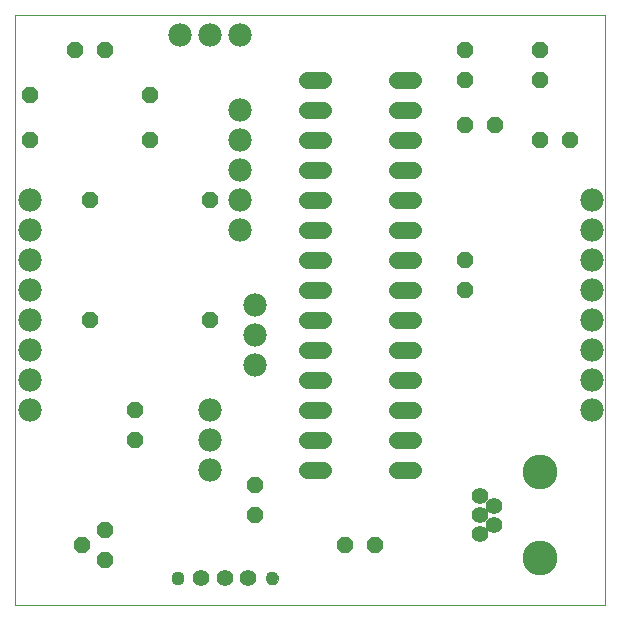
<source format=gts>
G75*
%MOIN*%
%OFA0B0*%
%FSLAX25Y25*%
%IPPOS*%
%LPD*%
%AMOC8*
5,1,8,0,0,1.08239X$1,22.5*
%
%ADD10C,0.00000*%
%ADD11C,0.07800*%
%ADD12OC8,0.05600*%
%ADD13C,0.05600*%
%ADD14C,0.05550*%
%ADD15C,0.04337*%
%ADD16C,0.11620*%
D10*
X0001800Y0001800D02*
X0001800Y0198650D01*
X0198650Y0198650D01*
X0198650Y0001800D01*
X0001800Y0001800D01*
X0054083Y0010737D02*
X0054085Y0010825D01*
X0054091Y0010913D01*
X0054101Y0011001D01*
X0054115Y0011089D01*
X0054132Y0011175D01*
X0054154Y0011261D01*
X0054179Y0011345D01*
X0054209Y0011429D01*
X0054241Y0011511D01*
X0054278Y0011591D01*
X0054318Y0011670D01*
X0054362Y0011747D01*
X0054409Y0011822D01*
X0054459Y0011894D01*
X0054513Y0011965D01*
X0054569Y0012032D01*
X0054629Y0012098D01*
X0054691Y0012160D01*
X0054757Y0012220D01*
X0054824Y0012276D01*
X0054895Y0012330D01*
X0054967Y0012380D01*
X0055042Y0012427D01*
X0055119Y0012471D01*
X0055198Y0012511D01*
X0055278Y0012548D01*
X0055360Y0012580D01*
X0055444Y0012610D01*
X0055528Y0012635D01*
X0055614Y0012657D01*
X0055700Y0012674D01*
X0055788Y0012688D01*
X0055876Y0012698D01*
X0055964Y0012704D01*
X0056052Y0012706D01*
X0056140Y0012704D01*
X0056228Y0012698D01*
X0056316Y0012688D01*
X0056404Y0012674D01*
X0056490Y0012657D01*
X0056576Y0012635D01*
X0056660Y0012610D01*
X0056744Y0012580D01*
X0056826Y0012548D01*
X0056906Y0012511D01*
X0056985Y0012471D01*
X0057062Y0012427D01*
X0057137Y0012380D01*
X0057209Y0012330D01*
X0057280Y0012276D01*
X0057347Y0012220D01*
X0057413Y0012160D01*
X0057475Y0012098D01*
X0057535Y0012032D01*
X0057591Y0011965D01*
X0057645Y0011894D01*
X0057695Y0011822D01*
X0057742Y0011747D01*
X0057786Y0011670D01*
X0057826Y0011591D01*
X0057863Y0011511D01*
X0057895Y0011429D01*
X0057925Y0011345D01*
X0057950Y0011261D01*
X0057972Y0011175D01*
X0057989Y0011089D01*
X0058003Y0011001D01*
X0058013Y0010913D01*
X0058019Y0010825D01*
X0058021Y0010737D01*
X0058019Y0010649D01*
X0058013Y0010561D01*
X0058003Y0010473D01*
X0057989Y0010385D01*
X0057972Y0010299D01*
X0057950Y0010213D01*
X0057925Y0010129D01*
X0057895Y0010045D01*
X0057863Y0009963D01*
X0057826Y0009883D01*
X0057786Y0009804D01*
X0057742Y0009727D01*
X0057695Y0009652D01*
X0057645Y0009580D01*
X0057591Y0009509D01*
X0057535Y0009442D01*
X0057475Y0009376D01*
X0057413Y0009314D01*
X0057347Y0009254D01*
X0057280Y0009198D01*
X0057209Y0009144D01*
X0057137Y0009094D01*
X0057062Y0009047D01*
X0056985Y0009003D01*
X0056906Y0008963D01*
X0056826Y0008926D01*
X0056744Y0008894D01*
X0056660Y0008864D01*
X0056576Y0008839D01*
X0056490Y0008817D01*
X0056404Y0008800D01*
X0056316Y0008786D01*
X0056228Y0008776D01*
X0056140Y0008770D01*
X0056052Y0008768D01*
X0055964Y0008770D01*
X0055876Y0008776D01*
X0055788Y0008786D01*
X0055700Y0008800D01*
X0055614Y0008817D01*
X0055528Y0008839D01*
X0055444Y0008864D01*
X0055360Y0008894D01*
X0055278Y0008926D01*
X0055198Y0008963D01*
X0055119Y0009003D01*
X0055042Y0009047D01*
X0054967Y0009094D01*
X0054895Y0009144D01*
X0054824Y0009198D01*
X0054757Y0009254D01*
X0054691Y0009314D01*
X0054629Y0009376D01*
X0054569Y0009442D01*
X0054513Y0009509D01*
X0054459Y0009580D01*
X0054409Y0009652D01*
X0054362Y0009727D01*
X0054318Y0009804D01*
X0054278Y0009883D01*
X0054241Y0009963D01*
X0054209Y0010045D01*
X0054179Y0010129D01*
X0054154Y0010213D01*
X0054132Y0010299D01*
X0054115Y0010385D01*
X0054101Y0010473D01*
X0054091Y0010561D01*
X0054085Y0010649D01*
X0054083Y0010737D01*
X0085579Y0010737D02*
X0085581Y0010825D01*
X0085587Y0010913D01*
X0085597Y0011001D01*
X0085611Y0011089D01*
X0085628Y0011175D01*
X0085650Y0011261D01*
X0085675Y0011345D01*
X0085705Y0011429D01*
X0085737Y0011511D01*
X0085774Y0011591D01*
X0085814Y0011670D01*
X0085858Y0011747D01*
X0085905Y0011822D01*
X0085955Y0011894D01*
X0086009Y0011965D01*
X0086065Y0012032D01*
X0086125Y0012098D01*
X0086187Y0012160D01*
X0086253Y0012220D01*
X0086320Y0012276D01*
X0086391Y0012330D01*
X0086463Y0012380D01*
X0086538Y0012427D01*
X0086615Y0012471D01*
X0086694Y0012511D01*
X0086774Y0012548D01*
X0086856Y0012580D01*
X0086940Y0012610D01*
X0087024Y0012635D01*
X0087110Y0012657D01*
X0087196Y0012674D01*
X0087284Y0012688D01*
X0087372Y0012698D01*
X0087460Y0012704D01*
X0087548Y0012706D01*
X0087636Y0012704D01*
X0087724Y0012698D01*
X0087812Y0012688D01*
X0087900Y0012674D01*
X0087986Y0012657D01*
X0088072Y0012635D01*
X0088156Y0012610D01*
X0088240Y0012580D01*
X0088322Y0012548D01*
X0088402Y0012511D01*
X0088481Y0012471D01*
X0088558Y0012427D01*
X0088633Y0012380D01*
X0088705Y0012330D01*
X0088776Y0012276D01*
X0088843Y0012220D01*
X0088909Y0012160D01*
X0088971Y0012098D01*
X0089031Y0012032D01*
X0089087Y0011965D01*
X0089141Y0011894D01*
X0089191Y0011822D01*
X0089238Y0011747D01*
X0089282Y0011670D01*
X0089322Y0011591D01*
X0089359Y0011511D01*
X0089391Y0011429D01*
X0089421Y0011345D01*
X0089446Y0011261D01*
X0089468Y0011175D01*
X0089485Y0011089D01*
X0089499Y0011001D01*
X0089509Y0010913D01*
X0089515Y0010825D01*
X0089517Y0010737D01*
X0089515Y0010649D01*
X0089509Y0010561D01*
X0089499Y0010473D01*
X0089485Y0010385D01*
X0089468Y0010299D01*
X0089446Y0010213D01*
X0089421Y0010129D01*
X0089391Y0010045D01*
X0089359Y0009963D01*
X0089322Y0009883D01*
X0089282Y0009804D01*
X0089238Y0009727D01*
X0089191Y0009652D01*
X0089141Y0009580D01*
X0089087Y0009509D01*
X0089031Y0009442D01*
X0088971Y0009376D01*
X0088909Y0009314D01*
X0088843Y0009254D01*
X0088776Y0009198D01*
X0088705Y0009144D01*
X0088633Y0009094D01*
X0088558Y0009047D01*
X0088481Y0009003D01*
X0088402Y0008963D01*
X0088322Y0008926D01*
X0088240Y0008894D01*
X0088156Y0008864D01*
X0088072Y0008839D01*
X0087986Y0008817D01*
X0087900Y0008800D01*
X0087812Y0008786D01*
X0087724Y0008776D01*
X0087636Y0008770D01*
X0087548Y0008768D01*
X0087460Y0008770D01*
X0087372Y0008776D01*
X0087284Y0008786D01*
X0087196Y0008800D01*
X0087110Y0008817D01*
X0087024Y0008839D01*
X0086940Y0008864D01*
X0086856Y0008894D01*
X0086774Y0008926D01*
X0086694Y0008963D01*
X0086615Y0009003D01*
X0086538Y0009047D01*
X0086463Y0009094D01*
X0086391Y0009144D01*
X0086320Y0009198D01*
X0086253Y0009254D01*
X0086187Y0009314D01*
X0086125Y0009376D01*
X0086065Y0009442D01*
X0086009Y0009509D01*
X0085955Y0009580D01*
X0085905Y0009652D01*
X0085858Y0009727D01*
X0085814Y0009804D01*
X0085774Y0009883D01*
X0085737Y0009963D01*
X0085705Y0010045D01*
X0085675Y0010129D01*
X0085650Y0010213D01*
X0085628Y0010299D01*
X0085611Y0010385D01*
X0085597Y0010473D01*
X0085587Y0010561D01*
X0085581Y0010649D01*
X0085579Y0010737D01*
D11*
X0066800Y0046800D03*
X0066800Y0056800D03*
X0066800Y0066800D03*
X0081800Y0081800D03*
X0081800Y0091800D03*
X0081800Y0101800D03*
X0076800Y0126800D03*
X0076800Y0136800D03*
X0076800Y0146800D03*
X0076800Y0156800D03*
X0076800Y0166800D03*
X0076800Y0191800D03*
X0066800Y0191800D03*
X0056800Y0191800D03*
X0006800Y0136800D03*
X0006800Y0126800D03*
X0006800Y0116800D03*
X0006800Y0106800D03*
X0006800Y0096800D03*
X0006800Y0086800D03*
X0006800Y0076800D03*
X0006800Y0066800D03*
X0194300Y0066800D03*
X0194300Y0076800D03*
X0194300Y0086800D03*
X0194300Y0096800D03*
X0194300Y0106800D03*
X0194300Y0116800D03*
X0194300Y0126800D03*
X0194300Y0136800D03*
D12*
X0186800Y0156800D03*
X0176800Y0156800D03*
X0161800Y0161800D03*
X0151800Y0161800D03*
X0151800Y0176800D03*
X0151800Y0186800D03*
X0176800Y0186800D03*
X0176800Y0176800D03*
X0151800Y0116800D03*
X0151800Y0106800D03*
X0081800Y0041800D03*
X0081800Y0031800D03*
X0111800Y0021800D03*
X0121800Y0021800D03*
X0066800Y0096800D03*
X0041800Y0066800D03*
X0041800Y0056800D03*
X0031800Y0026800D03*
X0024300Y0021800D03*
X0031800Y0016800D03*
X0026800Y0096800D03*
X0026800Y0136800D03*
X0006800Y0156800D03*
X0006800Y0171800D03*
X0021800Y0186800D03*
X0031800Y0186800D03*
X0046800Y0171800D03*
X0046800Y0156800D03*
X0066800Y0136800D03*
D13*
X0099200Y0136800D02*
X0104400Y0136800D01*
X0104400Y0126800D02*
X0099200Y0126800D01*
X0099200Y0116800D02*
X0104400Y0116800D01*
X0104400Y0106800D02*
X0099200Y0106800D01*
X0099200Y0096800D02*
X0104400Y0096800D01*
X0104400Y0086800D02*
X0099200Y0086800D01*
X0099200Y0076800D02*
X0104400Y0076800D01*
X0104400Y0066800D02*
X0099200Y0066800D01*
X0099200Y0056800D02*
X0104400Y0056800D01*
X0104400Y0046800D02*
X0099200Y0046800D01*
X0129200Y0046800D02*
X0134400Y0046800D01*
X0134400Y0056800D02*
X0129200Y0056800D01*
X0129200Y0066800D02*
X0134400Y0066800D01*
X0134400Y0076800D02*
X0129200Y0076800D01*
X0129200Y0086800D02*
X0134400Y0086800D01*
X0134400Y0096800D02*
X0129200Y0096800D01*
X0129200Y0106800D02*
X0134400Y0106800D01*
X0134400Y0116800D02*
X0129200Y0116800D01*
X0129200Y0126800D02*
X0134400Y0126800D01*
X0134400Y0136800D02*
X0129200Y0136800D01*
X0129200Y0146800D02*
X0134400Y0146800D01*
X0134400Y0156800D02*
X0129200Y0156800D01*
X0129200Y0166800D02*
X0134400Y0166800D01*
X0134400Y0176800D02*
X0129200Y0176800D01*
X0104400Y0176800D02*
X0099200Y0176800D01*
X0099200Y0166800D02*
X0104400Y0166800D01*
X0104400Y0156800D02*
X0099200Y0156800D01*
X0099200Y0146800D02*
X0104400Y0146800D01*
D14*
X0156721Y0038099D03*
X0161446Y0034950D03*
X0156721Y0031800D03*
X0161446Y0028650D03*
X0156721Y0025501D03*
X0079674Y0010737D03*
X0071800Y0010737D03*
X0063926Y0010737D03*
D15*
X0056052Y0010737D03*
X0087548Y0010737D03*
D16*
X0176800Y0017430D03*
X0176800Y0046170D03*
M02*

</source>
